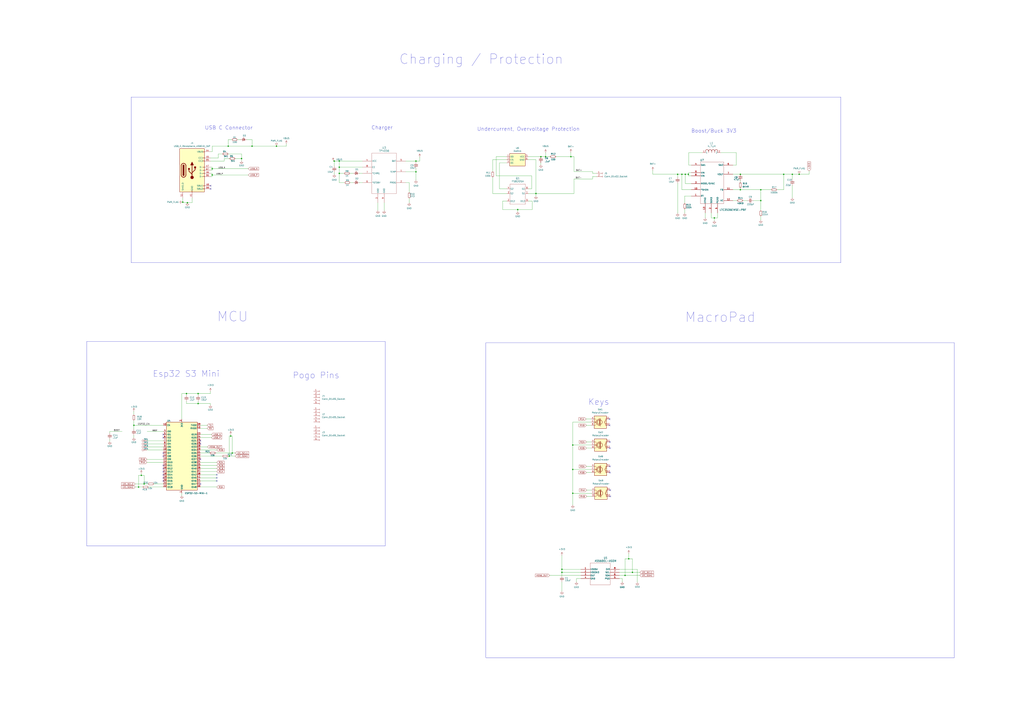
<source format=kicad_sch>
(kicad_sch (version 20231120) (generator "eeschema") (generator_version "8.0")
  (paper "A1")
  (junction (at 468.884 128.778))
  (junction (at 513.334 472.948))
  (junction (at 444.246 128.778))
  (junction (at 153.162 323.469))
  (junction (at 150.114 166.116))
  (junction (at 608.076 155.956))
  (junction (at 341.63 132.334))
  (junction (at 227.076 120.142))
  (junction (at 190.754 372.364))
  (junction (at 586.74 179.07))
  (junction (at 425.196 172.212))
  (junction (at 562.864 143.256))
  (junction (at 153.924 166.624))
  (junction (at 109.982 349.504))
  (junction (at 162.687 331.724))
  (junction (at 118.364 397.764))
  (junction (at 207.01 120.142))
  (junction (at 174.244 138.684))
  (junction (at 656.336 143.256))
  (junction (at 556.514 143.256))
  (junction (at 650.748 143.256))
  (junction (at 188.214 374.904))
  (junction (at 560.07 143.256))
  (junction (at 624.84 164.846))
  (junction (at 274.574 132.334))
  (junction (at 162.687 323.469))
  (junction (at 519.43 470.408))
  (junction (at 198.374 130.302))
  (junction (at 278.638 132.334))
  (junction (at 278.638 137.414))
  (junction (at 174.244 143.764))
  (junction (at 470.408 365.76))
  (junction (at 470.408 405.384))
  (junction (at 470.408 385.826))
  (junction (at 448.056 128.778))
  (junction (at 516.382 459.232))
  (junction (at 608.076 143.256))
  (junction (at 189.484 358.394))
  (junction (at 440.182 159.004))
  (junction (at 341.63 141.224))
  (junction (at 461.518 470.408))
  (junction (at 565.404 143.256))
  (junction (at 116.078 390.652))
  (junction (at 643.636 143.256))
  (junction (at 113.792 400.304))
  (junction (at 461.518 467.868))
  (junction (at 624.84 155.956))
  (junction (at 278.638 142.494))
  (junction (at 187.452 120.142))
  (no_connect (at 164.592 364.744))
  (no_connect (at 172.974 152.654))
  (no_connect (at 134.112 395.224))
  (no_connect (at 134.112 359.664))
  (no_connect (at 500.888 383.286))
  (no_connect (at 134.112 372.364))
  (no_connect (at 134.112 392.684))
  (no_connect (at 178.054 392.684))
  (no_connect (at 164.592 362.204))
  (no_connect (at 134.112 357.124))
  (no_connect (at 134.112 387.604))
  (no_connect (at 134.112 390.144))
  (no_connect (at 501.142 402.844))
  (no_connect (at 178.054 395.224))
  (no_connect (at 500.634 349.504))
  (no_connect (at 500.888 388.366))
  (no_connect (at 164.592 397.764))
  (no_connect (at 164.592 377.444))
  (no_connect (at 500.888 363.22))
  (no_connect (at 501.142 407.924))
  (no_connect (at 134.112 382.524))
  (no_connect (at 172.974 155.194))
  (no_connect (at 134.112 374.904))
  (no_connect (at 178.054 390.144))
  (no_connect (at 500.888 368.3))
  (no_connect (at 134.112 385.064))
  (no_connect (at 500.634 344.424))
  (wire (pts (xy 110.998 397.764) (xy 118.364 397.764)))
  (wire (pts (xy 157.734 162.814) (xy 157.734 166.624)))
  (wire (pts (xy 153.162 323.469) (xy 153.162 324.739)))
  (wire (pts (xy 608.076 149.606) (xy 608.076 148.336)))
  (wire (pts (xy 624.84 155.956) (xy 624.84 164.846)))
  (wire (pts (xy 456.692 128.778) (xy 468.884 128.778)))
  (wire (pts (xy 650.748 143.256) (xy 650.748 147.32)))
  (wire (pts (xy 486.664 145.034) (xy 486.664 147.066)))
  (wire (pts (xy 172.974 124.714) (xy 174.244 124.714)))
  (wire (pts (xy 608.076 155.956) (xy 624.84 155.956)))
  (wire (pts (xy 287.528 142.494) (xy 290.068 142.494)))
  (wire (pts (xy 448.056 128.778) (xy 451.612 128.778)))
  (wire (pts (xy 610.362 164.846) (xy 613.664 164.846)))
  (wire (pts (xy 174.244 137.414) (xy 174.244 138.684)))
  (wire (pts (xy 471.424 128.778) (xy 471.424 140.97)))
  (wire (pts (xy 207.01 114.808) (xy 207.01 120.142)))
  (wire (pts (xy 198.374 130.302) (xy 198.374 132.207)))
  (wire (pts (xy 295.148 150.114) (xy 297.688 150.114)))
  (wire (pts (xy 179.324 126.492) (xy 182.499 126.492)))
  (wire (pts (xy 162.687 323.469) (xy 153.162 323.469)))
  (wire (pts (xy 650.748 152.4) (xy 650.748 162.56)))
  (wire (pts (xy 278.638 137.414) (xy 278.638 142.494)))
  (wire (pts (xy 149.352 323.469) (xy 149.352 344.424)))
  (wire (pts (xy 193.294 130.302) (xy 198.374 130.302)))
  (wire (pts (xy 150.114 166.116) (xy 150.114 166.624)))
  (wire (pts (xy 440.182 131.318) (xy 440.182 159.004)))
  (wire (pts (xy 282.702 150.114) (xy 278.638 150.114)))
  (wire (pts (xy 174.244 139.954) (xy 172.974 139.954)))
  (wire (pts (xy 608.076 143.256) (xy 643.636 143.256)))
  (wire (pts (xy 562.356 171.958) (xy 562.356 175.26)))
  (wire (pts (xy 437.134 172.212) (xy 437.134 165.354)))
  (wire (pts (xy 174.244 142.494) (xy 172.974 142.494)))
  (wire (pts (xy 90.17 354.584) (xy 90.17 355.854)))
  (wire (pts (xy 162.687 323.469) (xy 172.847 323.469)))
  (wire (pts (xy 567.69 161.036) (xy 562.356 161.036)))
  (wire (pts (xy 90.17 354.584) (xy 100.33 354.584)))
  (wire (pts (xy 584.2 179.07) (xy 586.74 179.07)))
  (wire (pts (xy 202.692 114.808) (xy 207.01 114.808)))
  (wire (pts (xy 150.114 162.814) (xy 150.114 166.116)))
  (wire (pts (xy 470.408 365.76) (xy 470.408 385.826)))
  (wire (pts (xy 341.63 132.334) (xy 344.678 132.334)))
  (wire (pts (xy 120.65 369.824) (xy 134.112 369.824)))
  (wire (pts (xy 624.84 177.8) (xy 624.84 180.848)))
  (wire (pts (xy 481.584 383.286) (xy 485.648 383.286)))
  (wire (pts (xy 120.65 367.284) (xy 134.112 367.284)))
  (wire (pts (xy 110.998 400.304) (xy 113.792 400.304)))
  (wire (pts (xy 164.592 372.364) (xy 172.212 372.364)))
  (wire (pts (xy 178.054 390.144) (xy 164.592 390.144)))
  (wire (pts (xy 178.054 387.604) (xy 164.592 387.604)))
  (wire (pts (xy 434.086 159.004) (xy 440.182 159.004)))
  (wire (pts (xy 516.382 454.914) (xy 516.382 459.232)))
  (wire (pts (xy 470.408 385.826) (xy 470.408 405.384)))
  (wire (pts (xy 473.456 475.488) (xy 473.456 478.282)))
  (wire (pts (xy 172.974 137.414) (xy 174.244 137.414)))
  (wire (pts (xy 565.404 141.986) (xy 565.404 143.256)))
  (wire (pts (xy 120.65 377.444) (xy 134.112 377.444)))
  (wire (pts (xy 172.847 331.724) (xy 172.847 332.994)))
  (wire (pts (xy 523.494 467.868) (xy 523.494 478.536)))
  (wire (pts (xy 416.052 128.778) (xy 407.416 128.778)))
  (wire (pts (xy 187.452 120.142) (xy 207.01 120.142)))
  (wire (pts (xy 120.65 364.744) (xy 134.112 364.744)))
  (wire (pts (xy 565.658 135.636) (xy 565.658 125.476)))
  (wire (pts (xy 586.74 179.07) (xy 586.74 181.356)))
  (wire (pts (xy 433.832 128.778) (xy 444.246 128.778)))
  (wire (pts (xy 624.84 155.956) (xy 633.222 155.956)))
  (wire (pts (xy 113.792 400.304) (xy 116.967 400.304)))
  (wire (pts (xy 90.17 360.934) (xy 90.17 362.839)))
  (wire (pts (xy 412.75 172.212) (xy 425.196 172.212)))
  (wire (pts (xy 562.864 150.876) (xy 567.69 150.876)))
  (wire (pts (xy 109.982 357.759) (xy 109.982 359.664)))
  (wire (pts (xy 153.162 331.724) (xy 162.687 331.724)))
  (wire (pts (xy 188.214 358.394) (xy 188.214 374.904)))
  (wire (pts (xy 433.832 131.318) (xy 440.182 131.318)))
  (wire (pts (xy 536.194 143.256) (xy 556.514 143.256)))
  (wire (pts (xy 273.558 132.334) (xy 274.574 132.334)))
  (wire (pts (xy 513.334 459.232) (xy 513.334 472.948)))
  (wire (pts (xy 471.424 147.066) (xy 471.424 159.004)))
  (wire (pts (xy 174.244 138.684) (xy 203.962 138.684)))
  (wire (pts (xy 416.052 131.318) (xy 404.622 131.318)))
  (wire (pts (xy 187.452 120.142) (xy 187.452 114.808)))
  (wire (pts (xy 567.69 135.636) (xy 565.658 135.636)))
  (wire (pts (xy 333.248 132.334) (xy 341.63 132.334)))
  (wire (pts (xy 519.43 470.408) (xy 525.526 470.408)))
  (wire (pts (xy 481.584 363.22) (xy 485.648 363.22)))
  (wire (pts (xy 650.748 143.256) (xy 656.336 143.256)))
  (wire (pts (xy 513.334 472.948) (xy 525.526 472.948)))
  (wire (pts (xy 178.054 382.524) (xy 164.592 382.524)))
  (wire (pts (xy 287.782 150.114) (xy 290.068 150.114)))
  (wire (pts (xy 556.514 143.256) (xy 556.514 145.542)))
  (wire (pts (xy 436.626 155.194) (xy 434.086 155.194)))
  (wire (pts (xy 333.248 141.224) (xy 341.63 141.224)))
  (wire (pts (xy 198.374 126.492) (xy 198.374 130.302)))
  (wire (pts (xy 584.2 175.006) (xy 584.2 179.07)))
  (wire (pts (xy 153.162 323.469) (xy 149.352 323.469)))
  (wire (pts (xy 481.33 344.424) (xy 485.394 344.424)))
  (wire (pts (xy 178.054 400.304) (xy 164.592 400.304)))
  (wire (pts (xy 461.518 478.282) (xy 461.518 485.902)))
  (wire (pts (xy 440.182 159.004) (xy 440.182 161.036)))
  (wire (pts (xy 486.664 140.97) (xy 486.664 142.494)))
  (wire (pts (xy 589.28 175.006) (xy 589.28 179.07)))
  (wire (pts (xy 109.982 349.504) (xy 134.112 349.504)))
  (wire (pts (xy 470.408 346.964) (xy 470.408 365.76)))
  (wire (pts (xy 416.306 165.354) (xy 412.75 165.354)))
  (wire (pts (xy 336.042 163.068) (xy 336.042 166.624)))
  (wire (pts (xy 513.334 459.232) (xy 516.382 459.232)))
  (wire (pts (xy 297.688 137.414) (xy 278.638 137.414)))
  (wire (pts (xy 489.966 145.034) (xy 486.664 145.034)))
  (wire (pts (xy 601.98 164.846) (xy 605.282 164.846)))
  (wire (pts (xy 187.452 114.808) (xy 190.246 114.808)))
  (wire (pts (xy 187.579 126.492) (xy 198.374 126.492)))
  (wire (pts (xy 189.484 358.394) (xy 190.754 358.394)))
  (wire (pts (xy 274.574 141.478) (xy 274.574 143.256)))
  (wire (pts (xy 481.838 402.844) (xy 485.902 402.844)))
  (wire (pts (xy 188.214 374.904) (xy 193.167 374.904)))
  (wire (pts (xy 436.626 144.526) (xy 436.626 155.194)))
  (wire (pts (xy 315.468 166.624) (xy 315.468 172.974)))
  (wire (pts (xy 407.416 128.778) (xy 407.416 144.526)))
  (wire (pts (xy 601.98 155.956) (xy 608.076 155.956)))
  (wire (pts (xy 470.408 405.384) (xy 470.408 415.036)))
  (wire (pts (xy 278.638 142.494) (xy 282.448 142.494)))
  (wire (pts (xy 451.358 472.948) (xy 477.012 472.948)))
  (wire (pts (xy 638.302 155.956) (xy 643.636 155.956)))
  (wire (pts (xy 440.182 159.004) (xy 471.424 159.004)))
  (wire (pts (xy 444.246 133.858) (xy 444.246 135.382)))
  (wire (pts (xy 444.246 128.778) (xy 448.056 128.778)))
  (wire (pts (xy 486.664 142.494) (xy 489.966 142.494)))
  (wire (pts (xy 412.75 165.354) (xy 412.75 172.212)))
  (wire (pts (xy 187.452 374.904) (xy 188.214 374.904)))
  (wire (pts (xy 341.63 138.43) (xy 341.63 141.224)))
  (wire (pts (xy 508.762 470.408) (xy 519.43 470.408)))
  (wire (pts (xy 425.196 172.212) (xy 437.134 172.212)))
  (wire (pts (xy 341.63 132.334) (xy 341.63 133.35)))
  (wire (pts (xy 470.408 346.964) (xy 485.394 346.964)))
  (wire (pts (xy 471.424 147.066) (xy 486.664 147.066)))
  (wire (pts (xy 407.416 144.526) (xy 436.626 144.526)))
  (wire (pts (xy 118.364 390.652) (xy 118.364 397.764)))
  (wire (pts (xy 178.054 379.984) (xy 164.592 379.984)))
  (wire (pts (xy 481.838 407.924) (xy 485.902 407.924)))
  (wire (pts (xy 567.69 144.526) (xy 565.404 144.526)))
  (wire (pts (xy 477.012 475.488) (xy 473.456 475.488)))
  (wire (pts (xy 448.056 125.476) (xy 448.056 128.778)))
  (wire (pts (xy 604.774 125.476) (xy 604.774 135.636)))
  (wire (pts (xy 461.518 470.408) (xy 461.518 473.202)))
  (wire (pts (xy 207.01 120.142) (xy 227.076 120.142)))
  (wire (pts (xy 656.336 143.256) (xy 664.464 143.256)))
  (wire (pts (xy 172.847 331.724) (xy 162.687 331.724)))
  (wire (pts (xy 310.388 166.624) (xy 310.388 172.974)))
  (wire (pts (xy 174.244 120.142) (xy 174.244 124.714)))
  (wire (pts (xy 184.15 130.302) (xy 188.214 130.302)))
  (wire (pts (xy 468.884 128.778) (xy 471.424 128.778)))
  (wire (pts (xy 333.248 150.114) (xy 336.042 150.114)))
  (wire (pts (xy 560.07 155.956) (xy 567.69 155.956)))
  (wire (pts (xy 278.638 132.334) (xy 278.638 137.414)))
  (wire (pts (xy 592.074 125.476) (xy 604.774 125.476)))
  (wire (pts (xy 410.21 133.858) (xy 416.052 133.858)))
  (wire (pts (xy 601.98 143.256) (xy 608.076 143.256)))
  (wire (pts (xy 174.244 138.684) (xy 174.244 139.954)))
  (wire (pts (xy 481.584 368.3) (xy 485.648 368.3)))
  (wire (pts (xy 579.12 175.006) (xy 579.12 179.07)))
  (wire (pts (xy 195.326 114.808) (xy 197.612 114.808)))
  (wire (pts (xy 162.687 324.739) (xy 162.687 323.469)))
  (wire (pts (xy 189.484 357.124) (xy 189.484 358.394)))
  (wire (pts (xy 536.194 139.954) (xy 536.194 143.256)))
  (wire (pts (xy 157.734 166.624) (xy 153.924 166.624)))
  (wire (pts (xy 481.584 388.366) (xy 485.648 388.366)))
  (wire (pts (xy 274.574 132.334) (xy 274.574 136.398)))
  (wire (pts (xy 461.518 470.408) (xy 461.518 467.868)))
  (wire (pts (xy 164.592 357.124) (xy 173.736 357.124)))
  (wire (pts (xy 562.864 150.876) (xy 562.864 143.256)))
  (wire (pts (xy 586.74 179.07) (xy 589.28 179.07)))
  (wire (pts (xy 468.884 125.222) (xy 468.884 128.778)))
  (wire (pts (xy 113.792 390.652) (xy 116.078 390.652)))
  (wire (pts (xy 174.244 143.764) (xy 203.962 143.764)))
  (wire (pts (xy 164.592 359.664) (xy 173.736 359.664)))
  (wire (pts (xy 178.054 395.224) (xy 164.592 395.224)))
  (wire (pts (xy 109.982 349.504) (xy 109.982 352.679)))
  (wire (pts (xy 109.982 345.694) (xy 109.982 349.504)))
  (wire (pts (xy 471.424 140.97) (xy 486.664 140.97)))
  (wire (pts (xy 511.048 475.488) (xy 511.048 478.282)))
  (wire (pts (xy 664.464 140.462) (xy 664.464 143.256)))
  (wire (pts (xy 164.592 352.044) (xy 170.18 352.044)))
  (wire (pts (xy 404.622 145.796) (xy 404.622 159.004)))
  (wire (pts (xy 118.364 397.764) (xy 121.412 397.764)))
  (wire (pts (xy 116.078 390.652) (xy 118.364 390.652)))
  (wire (pts (xy 179.324 126.492) (xy 179.324 129.794)))
  (wire (pts (xy 562.864 143.256) (xy 565.404 143.256)))
  (wire (pts (xy 481.584 349.504) (xy 485.394 349.504)))
  (wire (pts (xy 336.042 150.114) (xy 336.042 157.988)))
  (wire (pts (xy 624.84 164.846) (xy 624.84 172.72)))
  (wire (pts (xy 508.762 467.868) (xy 523.494 467.868)))
  (wire (pts (xy 149.352 405.384) (xy 149.352 407.289)))
  (wire (pts (xy 643.636 155.956) (xy 643.636 143.256)))
  (wire (pts (xy 120.65 362.204) (xy 134.112 362.204)))
  (wire (pts (xy 425.196 172.212) (xy 425.196 173.99)))
  (wire (pts (xy 162.687 331.724) (xy 162.687 329.819)))
  (wire (pts (xy 120.65 379.984) (xy 134.112 379.984)))
  (wire (pts (xy 470.408 385.826) (xy 485.648 385.826)))
  (wire (pts (xy 235.204 118.11) (xy 235.204 120.142)))
  (wire (pts (xy 278.638 142.494) (xy 278.638 150.114)))
  (wire (pts (xy 470.408 405.384) (xy 485.902 405.384)))
  (wire (pts (xy 477.012 467.868) (xy 461.518 467.868)))
  (wire (pts (xy 122.047 400.304) (xy 134.112 400.304)))
  (wire (pts (xy 190.754 372.364) (xy 193.167 372.364)))
  (wire (pts (xy 477.012 470.408) (xy 461.518 470.408)))
  (wire (pts (xy 562.356 161.036) (xy 562.356 166.878)))
  (wire (pts (xy 174.244 120.142) (xy 187.452 120.142)))
  (wire (pts (xy 295.148 142.494) (xy 297.688 142.494)))
  (wire (pts (xy 172.974 145.034) (xy 174.244 145.034)))
  (wire (pts (xy 150.114 166.624) (xy 153.924 166.624)))
  (wire (pts (xy 404.622 131.318) (xy 404.622 140.716)))
  (wire (pts (xy 178.054 385.064) (xy 164.592 385.064)))
  (wire (pts (xy 172.974 129.794) (xy 179.324 129.794)))
  (wire (pts (xy 178.054 392.684) (xy 164.592 392.684)))
  (wire (pts (xy 461.518 456.438) (xy 461.518 467.868)))
  (wire (pts (xy 190.754 358.394) (xy 190.754 372.364)))
  (wire (pts (xy 278.638 132.334) (xy 297.688 132.334)))
  (wire (pts (xy 184.15 132.334) (xy 184.15 130.302)))
  (wire (pts (xy 470.408 365.76) (xy 485.648 365.76)))
  (wire (pts (xy 113.792 390.652) (xy 113.792 400.304)))
  (wire (pts (xy 565.658 125.476) (xy 576.834 125.476)))
  (wire (pts (xy 120.777 354.584) (xy 134.112 354.584)))
  (wire (pts (xy 109.982 340.614) (xy 109.982 338.074)))
  (wire (pts (xy 227.076 120.142) (xy 235.204 120.142)))
  (wire (pts (xy 178.054 369.824) (xy 164.592 369.824)))
  (wire (pts (xy 274.574 132.334) (xy 278.638 132.334)))
  (wire (pts (xy 174.244 145.034) (xy 174.244 143.764)))
  (wire (pts (xy 188.214 358.394) (xy 189.484 358.394)))
  (wire (pts (xy 604.774 135.636) (xy 601.98 135.636)))
  (wire (pts (xy 126.492 397.764) (xy 134.112 397.764)))
  (wire (pts (xy 618.744 164.846) (xy 624.84 164.846)))
  (wire (pts (xy 556.514 143.256) (xy 560.07 143.256)))
  (wire (pts (xy 508.762 475.488) (xy 511.048 475.488)))
  (wire (pts (xy 164.592 374.904) (xy 182.372 374.904)))
  (wire (pts (xy 164.592 349.504) (xy 170.18 349.504)))
  (wire (pts (xy 341.63 141.224) (xy 341.63 148.082)))
  (wire (pts (xy 560.07 155.956) (xy 560.07 143.256)))
  (wire (pts (xy 643.636 143.256) (xy 650.748 143.256)))
  (wire (pts (xy 153.162 329.819) (xy 153.162 331.724)))
  (wire (pts (xy 608.076 154.686) (xy 608.076 155.956)))
  (wire (pts (xy 437.134 165.354) (xy 434.086 165.354)))
  (wire (pts (xy 565.404 143.256) (xy 565.404 144.526)))
  (wire (pts (xy 174.244 143.764) (xy 174.244 142.494)))
  (wire (pts (xy 416.306 159.004) (xy 404.622 159.004)))
  (wire (pts (xy 556.514 150.622) (xy 556.514 175.26)))
  (wire (pts (xy 170.434 367.284) (xy 164.592 367.284)))
  (wire (pts (xy 519.43 459.232) (xy 519.43 470.408)))
  (wire (pts (xy 416.306 155.194) (xy 410.21 155.194)))
  (wire (pts (xy 177.292 372.364) (xy 190.754 372.364)))
  (wire (pts (xy 344.678 129.032) (xy 344.678 132.334)))
  (wire (pts (xy 410.21 155.194) (xy 410.21 133.858)))
  (wire (pts (xy 116.078 389.128) (xy 116.078 390.652)))
  (wire (pts (xy 565.404 141.986) (xy 567.69 141.986)))
  (wire (pts (xy 516.382 459.232) (xy 519.43 459.232)))
  (wire (pts (xy 172.847 321.564) (xy 172.847 323.469)))
  (wire (pts (xy 172.974 132.334) (xy 184.15 132.334)))
  (wire (pts (xy 560.07 143.256) (xy 562.864 143.256)))
  (wire (pts (xy 508.762 472.948) (xy 513.334 472.948)))
  (rectangle (start 71.12 280.67) (end 316.484 448.564))
  (rectangle (start 399.034 281.686) (end 783.844 540.512))
  (rectangle (start 107.696 79.756) (end 690.626 215.9))
  (text "USB C Connector" (at 187.96 105.156 0) (effects (font (size 3 3))))
  (text "Pogo Pins\n" (at 259.588 308.61 0) (effects (font (size 5 5))))
  (text "Charger" (at 313.817 105.029 0) (effects (font (size 3 3))))
  (text "Keys" (at 491.744 330.454 0) (effects (font (size 5 5))))
  (text "Undercurrent, Overvoltage Protection" (at 433.959 106.172 0) (effects (font (size 3 3))))
  (text "Boost/Buck 3V3" (at 586.232 107.696 0) (effects (font (size 3 3))))
  (text "MCU" (at 191.008 260.35 0) (effects (font (size 8 8))))
  (text "MacroPad" (at 591.566 260.858 0) (effects (font (size 8 8))))
  (text "Esp32 S3 Mini" (at 152.908 307.34 0) (effects (font (size 5 5))))
  (text "Charging / Protection" (at 395.224 48.768 0) (effects (font (size 8 8))))
  (label "BAT-" (at 477.774 147.066 180))
  (label "BAT+" (at 478.028 140.97 180))
  (label "USB_P" (at 177.546 143.764 0) (effects (font (size 1.15 1.15))))
  (label "BOOT" (at 93.345 354.584 0))
  (label "USB_N" (at 179.324 138.684 0) (effects (font (size 1.15 1.15))))
  (label "ESP32_EN" (at 113.157 349.504 0))
  (label "BOOT" (at 125.222 354.584 0) (effects (font (size 1 1))))
  (global_label "USB_N" (shape input) (at 203.962 138.684 0) (property "Intersheetrefs" "${INTERSHEET_REFS}" (effects (hide yes))))
  (global_label "USB_N" (shape input) (at 173.736 357.124 0) (property "Intersheetrefs" "${INTERSHEET_REFS}" (effects (hide yes))))
  (global_label "USB_P" (shape input) (at 173.736 359.664 0) (property "Intersheetrefs" "${INTERSHEET_REFS}" (effects (hide yes))))
  (global_label "R3A" (shape input) (at 178.054 400.304 0) (property "Intersheetrefs" "${INTERSHEET_REFS}" (effects (hide yes))))
  (global_label "R2B" (shape input) (at 178.054 382.524 0) (property "Intersheetrefs" "${INTERSHEET_REFS}" (effects (hide yes))))
  (global_label "I2C_SDA2" (shape input) (at 110.998 400.304 180) (property "Intersheetrefs" "${INTERSHEET_REFS}" (effects (hide yes))))
  (global_label "R3B" (shape input) (at 178.054 369.824 0) (property "Intersheetrefs" "${INTERSHEET_REFS}" (effects (hide yes))))
  (global_label "I2C_SDA1" (shape input) (at 525.526 472.948 0) (property "Intersheetrefs" "${INTERSHEET_REFS}" (effects (hide yes))))
  (global_label "R1A" (shape input) (at 178.054 387.604 0) (property "Intersheetrefs" "${INTERSHEET_REFS}" (effects (hide yes))))
  (global_label "R3A" (shape input) (at 481.584 383.286 180) (property "Intersheetrefs" "${INTERSHEET_REFS}" (effects (hide yes))))
  (global_label "R2A" (shape input) (at 481.584 363.22 180) (property "Intersheetrefs" "${INTERSHEET_REFS}" (effects (hide yes))))
  (global_label "I2C_SCL1" (shape input) (at 525.526 470.408 0) (property "Intersheetrefs" "${INTERSHEET_REFS}" (effects (hide yes))))
  (global_label "R4A" (shape input) (at 481.838 402.844 180) (property "Intersheetrefs" "${INTERSHEET_REFS}" (effects (hide yes))))
  (global_label "R1B" (shape input) (at 481.584 349.504 180) (property "Intersheetrefs" "${INTERSHEET_REFS}" (effects (hide yes))))
  (global_label "R4B" (shape input) (at 481.838 407.924 180) (property "Intersheetrefs" "${INTERSHEET_REFS}" (effects (hide yes))))
  (global_label "R1A" (shape input) (at 481.33 344.424 180) (property "Intersheetrefs" "${INTERSHEET_REFS}" (effects (hide yes))))
  (global_label "R2A" (shape input) (at 178.054 379.984 0) (property "Intersheetrefs" "${INTERSHEET_REFS}" (effects (hide yes))))
  (global_label "AS56_OUT" (shape input) (at 170.434 367.284 0) (property "Intersheetrefs" "${INTERSHEET_REFS}" (effects (hide yes))))
  (global_label "+3V3" (shape input) (at 664.464 140.462 90) (property "Intersheetrefs" "${INTERSHEET_REFS}" (effects (hide yes))))
  (global_label "TX" (shape input) (at 170.18 349.504 0) (property "Intersheetrefs" "${INTERSHEET_REFS}" (effects (hide yes))))
  (global_label "I2C_SCL2" (shape input) (at 110.998 397.764 180) (property "Intersheetrefs" "${INTERSHEET_REFS}" (effects (hide yes))))
  (global_label "AS56_OUT" (shape input) (at 451.358 472.948 180) (property "Intersheetrefs" "${INTERSHEET_REFS}" (effects (hide yes))))
  (global_label "I2C_SDA1" (shape input) (at 193.167 374.904 0) (property "Intersheetrefs" "${INTERSHEET_REFS}" (effects (hide yes))))
  (global_label "R2B" (shape input) (at 481.584 368.3 180) (property "Intersheetrefs" "${INTERSHEET_REFS}" (effects (hide yes))))
  (global_label "R4B" (shape input) (at 120.65 377.444 180) (property "Intersheetrefs" "${INTERSHEET_REFS}" (effects (hide yes))))
  (global_label "R3B" (shape input) (at 481.584 388.366 180) (property "Intersheetrefs" "${INTERSHEET_REFS}" (effects (hide yes))))
  (global_label "USB_P" (shape input) (at 203.962 143.764 0) (property "Intersheetrefs" "${INTERSHEET_REFS}" (effects (hide yes))))
  (global_label "I2C_SCL1" (shape input) (at 193.167 372.364 0) (property "Intersheetrefs" "${INTERSHEET_REFS}" (effects (hide yes))))
  (global_label "R4A" (shape input) (at 120.65 379.984 180) (property "Intersheetrefs" "${INTERSHEET_REFS}" (effects (hide yes))))
  (global_label "RX" (shape input) (at 170.18 352.044 0) (property "Intersheetrefs" "${INTERSHEET_REFS}" (effects (hide yes))))
  (global_label "R1B" (shape input) (at 178.054 385.064 0) (property "Intersheetrefs" "${INTERSHEET_REFS}" (effects (hide yes))))
  (symbol (lib_id "Device:R_Small") (at 562.356 169.418 180) (unit 1)
    (property "Reference" "R13" (at 565.404 168.402 0))
    (property "Value" "332k" (at 565.658 170.434 0))
    (property "Footprint" "Resistor_SMD:R_0603_1608Metric_Pad0.98x0.95mm_HandSolder" (effects (hide yes)))
    (property "Description" "Resistor, small symbol" (effects (hide yes)))
    (property "Manufacture Part Number" "RC0603FR-07332KL" (effects (hide yes)))
    (property "LCSC Part Number" "C309562" (effects (hide yes)))
  )
  (symbol (lib_id "power:GND") (at 310.388 172.974 0) (unit 1)
    (property "Reference" "#PWR014" (effects (hide yes)))
    (property "Value" "GND" (at 310.388 177.546 0))
    (property "Description" "Power symbol creates a global label with name \"GND\" , ground" (effects (hide yes)))
  )
  (symbol (lib_id "power:VBUS") (at 235.204 118.11 0) (unit 1)
    (property "Reference" "#PWR011" (effects (hide yes)))
    (property "Value" "VBUS" (at 235.204 113.665 0))
    (property "Description" "Power symbol creates a global label with name \"VBUS\"" (effects (hide yes)))
  )
  (symbol (lib_id "Connector:Conn_01x05_Socket") (at 262.636 341.63 0) (unit 1)
    (property "Reference" "J2" (at 264.414 340.3599 0) (effects (justify left)))
    (property "Value" "Conn_01x05_Socket" (at 264.414 342.8999 0) (effects (justify left)))
    (property "Footprint" "Connector_PinHeader_2.54mm:PinHeader_1x05_P2.54mm_Vertical_Adafruit" (effects (hide yes)))
    (property "Description" "Generic connector, single row, 01x05, script generated" (effects (hide yes)))
  )
  (symbol (lib_id "Device:R_Small") (at 454.152 128.778 270) (mirror x) (unit 1)
    (property "Reference" "R12" (at 452.374 126.492 90) (effects (justify left)))
    (property "Value" "100" (at 452.374 131.064 90) (effects (justify left)))
    (property "Footprint" "Resistor_SMD:R_0603_1608Metric_Pad0.98x0.95mm_HandSolder" (effects (hide yes)))
    (property "Description" "Resistor, small symbol" (effects (hide yes)))
    (property "Manufacture Part Number" "WR06X1020FTL" (effects (hide yes)))
    (property "LCSC Part Number" "C170434" (effects (hide yes)))
  )
  (symbol (lib_id "power:+3V3") (at 116.078 389.128 0) (unit 1)
    (property "Reference" "#PWR049" (effects (hide yes)))
    (property "Value" "+3V3" (at 116.078 385.318 0))
    (property "Description" "Power symbol creates a global label with name \"+3V3\"" (effects (hide yes)))
  )
  (symbol (lib_id "Device:R_Small") (at 192.786 114.808 90) (unit 1)
    (property "Reference" "R1" (at 192.786 113.03 90))
    (property "Value" "100" (at 192.786 116.84 90))
    (property "Footprint" "Resistor_SMD:R_0603_1608Metric_Pad0.98x0.95mm_HandSolder" (effects (hide yes)))
    (property "Description" "Resistor, small symbol" (effects (hide yes)))
    (property "Manufacture Part Number" "RC0603FR-071KL" (effects (hide yes)))
    (property "LCSC Part Number" "C22548" (effects (hide yes)))
  )
  (symbol (lib_id "power:+3V3") (at 516.382 454.914 0) (unit 1)
    (property "Reference" "#PWR05" (effects (hide yes)))
    (property "Value" "+3V3" (at 516.382 449.834 0))
    (property "Description" "Power symbol creates a global label with name \"+3V3\"" (effects (hide yes)))
  )
  (symbol (lib_id "Connector:Conn_01x02_Socket") (at 495.046 142.494 0) (unit 1)
    (property "Reference" "J5" (at 496.316 142.4939 0) (effects (justify left)))
    (property "Value" "Conn_01x02_Socket" (at 496.316 145.0339 0) (effects (justify left)))
    (property "Footprint" "Connector_JST:JST_XH_S2B-XH-A_1x02_P2.50mm_Horizontal" (effects (hide yes)))
    (property "Description" "Generic connector, single row, 01x02, script generated" (effects (hide yes)))
  )
  (symbol (lib_id "Connector:Conn_01x05_Socket") (at 262.636 356.616 0) (unit 1)
    (property "Reference" "J3" (at 264.414 355.3459 0) (effects (justify left)))
    (property "Value" "Conn_01x05_Socket" (at 264.414 357.8859 0) (effects (justify left)))
    (property "Footprint" "Connector_PinHeader_2.54mm:PinHeader_1x05_P2.54mm_Vertical_Adafruit" (effects (hide yes)))
    (property "Description" "Generic connector, single row, 01x05, script generated" (effects (hide yes)))
  )
  (symbol (lib_id "RF_Module:ESP32-S3-MINI-1") (at 149.352 374.904 0) (unit 1)
    (property "Reference" "U4" (at 137.287 345.694 0) (effects (justify left)))
    (property "Value" "ESP32-S3-MINI-1" (at 151.892 405.384 0) (effects (justify left)))
    (property "Footprint" "RF_Module:ESP32-S2-MINI-1" (effects (hide yes)))
    (property "Datasheet" "https://www.espressif.com/sites/default/files/documentation/esp32-s3-mini-1_mini-1u_datasheet_en.pdf" (effects (hide yes)))
    (property "Description" "RF Module, ESP32-S3 SoC, Wi-Fi 802.11b/g/n, Bluetooth, BLE, 32-bit, 3.3V, SMD, onboard antenna" (effects (hide yes)))
  )
  (symbol (lib_id "Device:C_Small") (at 274.574 138.938 0) (unit 1)
    (property "Reference" "C4" (at 270.51 137.16 0) (effects (justify left)))
    (property "Value" "10uF" (at 268.986 141.224 0) (effects (justify left)))
    (property "Footprint" "Capacitor_SMD:C_0603_1608Metric_Pad1.08x0.95mm_HandSolder" (effects (hide yes)))
    (property "Description" "Unpolarized capacitor, small symbol" (effects (hide yes)))
    (property "Manufacture Part Number" "CS1608X5R106M160NRB" (effects (hide yes)))
    (property "LCSC Part Number" "C2909630" (effects (hide yes)))
  )
  (symbol (lib_id "power:+3V3") (at 109.982 338.074 0) (unit 1)
    (property "Reference" "#PWR032" (effects (hide yes)))
    (property "Value" "+3V3" (at 109.982 334.264 0))
    (property "Description" "Power symbol creates a global label with name \"+3V3\"" (effects (hide yes)))
  )
  (symbol (lib_id "power:+5V") (at 273.558 132.334 0) (unit 1)
    (property "Reference" "#PWR012" (effects (hide yes)))
    (property "Value" "VBUS" (at 276.098 131.0639 0) (effects (justify left)))
    (property "Description" "Power symbol creates a global label with name \"+5V\"" (effects (hide yes)))
  )
  (symbol (lib_id "Battery_Management:DW01A") (at 426.212 131.318 0) (unit 1)
    (property "Reference" "U6" (at 424.942 121.666 0))
    (property "Value" "DW01A" (at 424.942 124.206 0))
    (property "Footprint" "Package_TO_SOT_SMD:SOT-23-6" (effects (hide yes)))
    (property "Datasheet" "https://www.lcsc.com/datasheet/lcsc_datasheet_2410121609_HUASHUO-DW01_C700964.pdf" (effects (hide yes)))
    (property "Description" "Overcharge, overcurrent and overdischarge protection IC for single cell lithium-ion/polymer battery" (effects (hide yes)))
    (property "LCSC Part Number" "C700964 " (effects (hide yes)))
    (property "Manufacture Part Number" "DW01" (effects (hide yes)))
  )
  (symbol (lib_id "FS8205A:FS8205A") (at 411.226 155.194 0) (unit 1)
    (property "Reference" "Q1" (at 425.196 146.558 0) (effects (font (size 1.524 1.524))))
    (property "Value" "FS8205A" (at 425.196 149.098 0) (effects (font (size 1.524 1.524))))
    (property "Footprint" "FS8205A:SOT-23-6L_TCP" (effects (hide yes)))
    (property "Datasheet" "https://www.lcsc.com/datasheet/lcsc_datasheet_2411121100_TECH-PUBLIC-FS8205A_C2830320.pdf" (effects (hide yes)))
    (property "LCSC Part Number" "C2830320 " (effects (hide yes)))
    (property "Manufacture Part Number" "FS8205A " (effects (hide yes)))
  )
  (symbol (lib_id "Device:LED_Small") (at 200.152 114.808 0) (mirror y) (unit 1)
    (property "Reference" "D3" (at 200.66 111.506 0))
    (property "Value" "LED_Small" (effects (hide yes)))
    (property "Footprint" "LED_SMD:LED_0603_1608Metric_Pad1.05x0.95mm_HandSolder" (effects (hide yes)))
    (property "Description" "Colorless Transparent Lens 50mW 620nm~630nm 20mA Positive Stick -20℃~+85℃ Red 120° 330mcd 2.3V 0603 LED" (effects (hide yes)))
    (property "Manufacture Part Number" "XL-1608SURC-06" (effects (hide yes)))
    (property "LCSC Part Number" "C965799" (effects (hide yes)))
  )
  (symbol (lib_id "Device:R_Small") (at 404.622 143.256 0) (mirror y) (unit 1)
    (property "Reference" "R11" (at 403.098 141.9859 0) (effects (justify left)))
    (property "Value" "100k" (at 403.098 144.5259 0) (effects (justify left)))
    (property "Footprint" "Resistor_SMD:R_0603_1608Metric_Pad0.98x0.95mm_HandSolder" (effects (hide yes)))
    (property "Description" "Resistor, small symbol" (effects (hide yes)))
    (property "Manufacture Part Number" "RC0603FR-07100KL" (effects (hide yes)))
    (property "LCSC Part Number" "C14675" (effects (hide yes)))
  )
  (symbol (lib_id "power:GND") (at 172.847 332.994 0) (unit 1)
    (property "Reference" "#PWR037" (effects (hide yes)))
    (property "Value" "GND" (at 172.847 336.804 0))
    (property "Description" "Power symbol creates a global label with name \"GND\" , ground" (effects (hide yes)))
  )
  (symbol (lib_id "power:GND") (at 198.374 132.207 0) (unit 1)
    (property "Reference" "#PWR06" (effects (hide yes)))
    (property "Value" "GND" (at 198.374 136.017 0))
    (property "Description" "Power symbol creates a global label with name \"GND\" , ground" (effects (hide yes)))
  )
  (symbol (lib_id "Device:LED_Small") (at 292.608 142.494 0) (mirror y) (unit 1)
    (property "Reference" "D1" (at 293.116 139.192 0))
    (property "Value" "LED_Small" (effects (hide yes)))
    (property "Footprint" "LED_SMD:LED_0603_1608Metric_Pad1.05x0.95mm_HandSolder" (effects (hide yes)))
    (property "Description" "Colorless Transparent Lens 50mW 620nm~630nm 20mA Positive Stick -20℃~+85℃ Red 120° 330mcd 2.3V 0603 LED" (effects (hide yes)))
    (property "Manufacture Part Number" "SZYY0603B" (effects (hide yes)))
    (property "LCSC Part Number" "C434421" (effects (hide yes)))
  )
  (symbol (lib_id "LTC3536EMSE:LTC3536EMSE-PBF") (at 565.15 120.396 0) (unit 1)
    (property "Reference" "U7" (at 576.58 131.572 0) (effects (font (size 1.524 1.524))))
    (property "Value" "LTC3536EMSE-PBF" (at 601.98 172.466 0) (effects (font (size 1.524 1.524))))
    (property "Footprint" "LTC3536EMSE_PBF:MSOP-12_MSE_LIT" (effects (hide yes)))
    (property "Datasheet" "https://www.lcsc.com/datasheet/lcsc_datasheet_2304140030_Analog-Devices-LTC3536IDD-TRPBF_C684926.pdf" (effects (hide yes)))
    (property "LCSC Part Number" "C684926" (effects (hide yes)))
    (property "Manufacture Part Number" " LTC3536IDD#TRPBF " (effects (hide yes)))
  )
  (symbol (lib_id "Device:C_Small") (at 153.162 327.279 0) (unit 1)
    (property "Reference" "C12" (at 155.702 326.6502 0) (effects (justify left)))
    (property "Value" ".1uF" (at 155.702 328.5553 0) (effects (justify left)))
    (property "Footprint" "Capacitor_SMD:C_0603_1608Metric_Pad1.08x0.95mm_HandSolder" (effects (hide yes)))
    (property "Description" "Unpolarized capacitor, small symbol" (effects (hide yes)))
  )
  (symbol (lib_id "power:GND") (at 470.408 415.036 0) (unit 1)
    (property "Reference" "#PWR048" (effects (hide yes)))
    (property "Value" "GND" (at 470.408 419.354 0))
    (property "Description" "Power symbol creates a global label with name \"GND\" , ground" (effects (hide yes)))
  )
  (symbol (lib_id "power:GND") (at 149.352 407.289 0) (unit 1)
    (property "Reference" "#PWR035" (effects (hide yes)))
    (property "Value" "GND" (at 149.352 411.734 0))
    (property "Description" "Power symbol creates a global label with name \"GND\" , ground" (effects (hide yes)))
  )
  (symbol (lib_id "Device:R_Small") (at 185.039 126.492 270) (unit 1)
    (property "Reference" "R4" (at 183.134 124.587 90) (effects (justify left)))
    (property "Value" "5k1" (at 183.769 128.397 90) (effects (justify left)))
    (property "Footprint" "Resistor_SMD:R_0603_1608Metric" (effects (hide yes)))
    (property "Description" "Resistor, small symbol" (effects (hide yes)))
    (property "Manufacture Part Number" "ERA3AED512V" (effects (hide yes)))
    (property "LCSC Part Number" "C191166" (effects (hide yes)))
  )
  (symbol (lib_id "power:PWR_FLAG") (at 150.114 166.116 90) (unit 1)
    (property "Reference" "#FLG01" (effects (hide yes)))
    (property "Value" "PWR_FLAG" (at 146.812 166.1159 90) (effects (justify left)))
    (property "Description" "Special symbol for telling ERC where power comes from" (effects (hide yes)))
  )
  (symbol (lib_id "power:GND") (at 562.356 175.26 0) (unit 1)
    (property "Reference" "#PWR026" (effects (hide yes)))
    (property "Value" "GND" (at 562.356 179.324 0))
    (property "Description" "Power symbol creates a global label with name \"GND\" , ground" (effects (hide yes)))
  )
  (symbol (lib_id "power:+3V3") (at 189.484 357.124 0) (unit 1)
    (property "Reference" "#PWR02" (effects (hide yes)))
    (property "Value" "+3V3" (at 189.484 353.314 0))
    (property "Description" "Power symbol creates a global label with name \"+3V3\"" (effects (hide yes)))
  )
  (symbol (lib_id "power:PWR_FLAG") (at 656.336 143.256 0) (unit 1)
    (property "Reference" "#FLG03" (effects (hide yes)))
    (property "Value" "PWR_FLAG" (at 656.336 138.43 0))
    (property "Description" "Special symbol for telling ERC where power comes from" (effects (hide yes)))
  )
  (symbol (lib_id "power:+5V") (at 468.884 125.222 0) (unit 1)
    (property "Reference" "#PWR023" (effects (hide yes)))
    (property "Value" "BAT+" (at 468.884 120.396 0))
    (property "Description" "Power symbol creates a global label with name \"+5V\"" (effects (hide yes)))
  )
  (symbol (lib_id "power:GND") (at 153.924 166.624 0) (unit 1)
    (property "Reference" "#PWR01" (effects (hide yes)))
    (property "Value" "GND" (at 153.924 170.434 0))
    (property "Description" "Power symbol creates a global label with name \"GND\" , ground" (effects (hide yes)))
  )
  (symbol (lib_id "Device:RotaryEncoder_Switch") (at 493.522 405.384 0) (unit 1)
    (property "Reference" "SW9" (at 493.522 394.97 0))
    (property "Value" "RotaryEncoder" (at 493.522 397.51 0))
    (property "Footprint" "Test_Encoder:PEC12R-4x15F-Sxxxx_BRN" (effects (hide yes)))
    (property "Description" "Rotary encoder, dual channel, incremental quadrate outputs, with switch" (effects (hide yes)))
  )
  (symbol (lib_id "Device:C_Small") (at 461.518 475.742 0) (unit 1)
    (property "Reference" "C1" (at 464.058 475.1132 0) (effects (justify left)))
    (property "Value" "10uF" (at 464.058 477.0183 0) (effects (justify left)))
    (property "Footprint" "Capacitor_SMD:C_0603_1608Metric_Pad1.08x0.95mm_HandSolder" (effects (hide yes)))
    (property "Description" "Unpolarized capacitor, small symbol" (effects (hide yes)))
  )
  (symbol (lib_id "Device:R_Small") (at 624.84 175.26 180) (unit 1)
    (property "Reference" "R16" (at 627.888 174.244 0))
    (property "Value" "221K" (at 628.396 176.276 0))
    (property "Footprint" "Resistor_SMD:R_0603_1608Metric_Pad0.98x0.95mm_HandSolder" (effects (hide yes)))
    (property "Description" "Resistor, small symbol" (effects (hide yes)))
    (property "Manufacture Part Number" "FRC0603F2213TS" (effects (hide yes)))
    (property "LCSC Part Number" "C7467463" (effects (hide yes)))
  )
  (symbol (lib_id "power:GND") (at 579.12 179.07 0) (unit 1)
    (property "Reference" "#PWR027" (effects (hide yes)))
    (property "Value" "GND" (at 579.12 183.388 0))
    (property "Description" "Power symbol creates a global label with name \"GND\" , ground" (effects (hide yes)))
  )
  (symbol (lib_id "Device:RotaryEncoder_Switch") (at 493.268 385.826 0) (unit 1)
    (property "Reference" "SW8" (at 493.268 375.158 0))
    (property "Value" "RotaryEncoder" (at 493.268 377.698 0))
    (property "Footprint" "Test_Encoder:PEC12R-4x15F-Sxxxx_BRN" (effects (hide yes)))
    (property "Description" "Rotary encoder, dual channel, incremental quadrate outputs, with switch" (effects (hide yes)))
  )
  (symbol (lib_id "power:GND") (at 461.518 485.902 0) (unit 1)
    (property "Reference" "#PWR046" (effects (hide yes)))
    (property "Value" "GND" (at 461.518 490.22 0))
    (property "Description" "Power symbol creates a global label with name \"GND\" , ground" (effects (hide yes)))
  )
  (symbol (lib_id "power:GND") (at 274.574 143.256 0) (unit 1)
    (property "Reference" "#PWR013" (effects (hide yes)))
    (property "Value" "GND" (at 274.574 147.828 0))
    (property "Description" "Power symbol creates a global label with name \"GND\" , ground" (effects (hide yes)))
  )
  (symbol (lib_id "power:+3V3") (at 344.678 129.032 0) (unit 1)
    (property "Reference" "#PWR018" (effects (hide yes)))
    (property "Value" "VBUS" (at 344.678 123.952 0))
    (property "Description" "Power symbol creates a global label with name \"+3V3\"" (effects (hide yes)))
  )
  (symbol (lib_id "Device:R_Small") (at 607.822 164.846 90) (unit 1)
    (property "Reference" "R14" (at 608.076 162.814 90))
    (property "Value" "49K9" (at 608.076 167.132 90))
    (property "Footprint" "Resistor_SMD:R_0603_1608Metric_Pad0.98x0.95mm_HandSolder" (effects (hide yes)))
    (property "Description" "Resistor, small symbol" (effects (hide yes)))
    (property "Manufacture Part Number" "0603WAF4992T5E" (effects (hide yes)))
    (property "LCSC Part Number" "C23184" (effects (hide yes)))
  )
  (symbol (lib_id "Device:C_Small") (at 616.204 164.846 90) (unit 1)
    (property "Reference" "C9" (at 616.204 161.798 90))
    (property "Value" "220pF" (at 616.458 167.894 90))
    (property "Footprint" "Capacitor_SMD:C_0603_1608Metric_Pad1.08x0.95mm_HandSolder" (effects (hide yes)))
    (property "Description" "Unpolarized capacitor, small symbol" (effects (hide yes)))
    (property "Manufacture Part Number" "0603CG221J500NT" (effects (hide yes)))
    (property "LCSC Part Number" "C156398" (effects (hide yes)))
  )
  (symbol (lib_id "power:+3V3") (at 461.518 456.438 0) (unit 1)
    (property "Reference" "#PWR04" (effects (hide yes)))
    (property "Value" "+3V3" (at 461.518 451.358 0))
    (property "Description" "Power symbol creates a global label with name \"+3V3\"" (effects (hide yes)))
  )
  (symbol (lib_id "power:GND") (at 109.982 359.664 0) (unit 1)
    (property "Reference" "#PWR033" (effects (hide yes)))
    (property "Value" "GND" (at 109.982 363.474 0))
    (property "Description" "Power symbol creates a global label with name \"GND\" , ground" (effects (hide yes)))
  )
  (symbol (lib_id "Device:LED_Small") (at 292.608 150.114 0) (mirror y) (unit 1)
    (property "Reference" "D2" (at 293.116 146.812 0))
    (property "Value" "LED_Small" (effects (hide yes)))
    (property "Footprint" "LED_SMD:LED_0603_1608Metric_Pad1.05x0.95mm_HandSolder" (effects (hide yes)))
    (property "Description" "Colorless Transparent Lens 50mW 620nm~630nm 20mA Positive Stick -20℃~+85℃ Red 120° 330mcd 2.3V 0603 LED" (effects (hide yes)))
    (property "Manufacture Part Number" "XL-1608SURC-06" (effects (hide yes)))
    (property "LCSC Part Number" "C965799" (effects (hide yes)))
  )
  (symbol (lib_id "Device:R_Small") (at 184.912 374.904 270) (mirror x) (unit 1)
    (property "Reference" "R23" (at 186.817 373.634 90) (effects (justify left)))
    (property "Value" "10k" (at 183.007 376.809 90) (effects (justify left)))
    (property "Footprint" "Resistor_SMD:R_0603_1608Metric_Pad0.98x0.95mm_HandSolder" (effects (hide yes)))
    (property "Description" "Resistor, small symbol" (effects (hide yes)))
  )
  (symbol (lib_id "power:+3V3") (at 536.194 139.954 0) (unit 1)
    (property "Reference" "#PWR024" (effects (hide yes)))
    (property "Value" "BAT+" (at 536.194 134.62 0))
    (property "Description" "Power symbol creates a global label with name \"+3V3\"" (effects (hide yes)))
  )
  (symbol (lib_id "power:GND") (at 315.468 172.974 0) (unit 1)
    (property "Reference" "#PWR015" (effects (hide yes)))
    (property "Value" "GND" (at 315.468 177.546 0))
    (property "Description" "Power symbol creates a global label with name \"GND\" , ground" (effects (hide yes)))
  )
  (symbol (lib_id "power:+3V3") (at 172.847 321.564 0) (unit 1)
    (property "Reference" "#PWR036" (effects (hide yes)))
    (property "Value" "+3V3" (at 172.847 316.484 0))
    (property "Description" "Power symbol creates a global label with name \"+3V3\"" (effects (hide yes)))
  )
  (symbol (lib_id "power:GND") (at 341.63 148.082 0) (unit 1)
    (property "Reference" "#PWR017" (effects (hide yes)))
    (property "Value" "GND" (at 341.63 152.654 0))
    (property "Description" "Power symbol creates a global label with name \"GND\" , ground" (effects (hide yes)))
  )
  (symbol (lib_id "power:GND") (at 444.246 135.382 0) (unit 1)
    (property "Reference" "#PWR021" (effects (hide yes)))
    (property "Value" "GND" (at 444.246 139.7 0))
    (property "Description" "Power symbol creates a global label with name \"GND\" , ground" (effects (hide yes)))
  )
  (symbol (lib_id "Connector:USB_C_Receptacle_USB2.0_16P") (at 157.734 139.954 0) (unit 1)
    (property "Reference" "J1" (at 157.734 117.602 0))
    (property "Value" "USB_C_Receptacle_USB2.0_16P" (at 157.734 120.142 0))
    (property "Footprint" "Connector_USB:USB_C_Receptacle_GCT_USB4105-xx-A_16P_TopMnt_Horizontal" (effects (hide yes)))
    (property "Datasheet" "https://www.usb.org/sites/default/files/documents/usb_type-c.zip" (effects (hide yes)))
    (property "Description" "USB 2.0-only 16P Type-C Receptacle connector" (effects (hide yes)))
  )
  (symbol (lib_id "Connector:Conn_01x05_Socket") (at 262.636 326.644 0) (unit 1)
    (property "Reference" "J4" (at 264.414 325.3739 0) (effects (justify left)))
    (property "Value" "Conn_01x05_Socket" (at 264.414 327.9139 0) (effects (justify left)))
    (property "Footprint" "Connector_PinHeader_2.54mm:PinHeader_1x05_P2.54mm_Vertical_Adafruit" (effects (hide yes)))
    (property "Description" "Generic connector, single row, 01x05, script generated" (effects (hide yes)))
  )
  (symbol (lib_id "Connector:TestPoint") (at 120.65 364.744 90) (unit 1)
    (property "Reference" "TP2" (at 119.888 363.728 90))
    (property "Value" "TestPoint" (effects (hide yes)))
    (property "Description" "test point" (effects (hide yes)))
  )
  (symbol (lib_id "Device:C_Small") (at 444.246 131.318 180) (unit 1)
    (property "Reference" "C6" (at 447.548 130.0415 0) (effects (justify right)))
    (property "Value" ".1uF" (at 447.548 132.5815 0) (effects (justify right)))
    (property "Footprint" "Capacitor_SMD:C_0603_1608Metric_Pad1.08x0.95mm_HandSolder" (effects (hide yes)))
    (property "Description" "Unpolarized capacitor, small symbol" (effects (hide yes)))
    (property "Manufacture Part Number" "CC0603KRX7R9BB104" (effects (hide yes)))
    (property "LCSC Part Number" "C14663" (effects (hide yes)))
  )
  (symbol (lib_id "power:GND") (at 511.048 478.282 0) (unit 1)
    (property "Reference" "#PWR047" (effects (hide yes)))
    (property "Value" "GND" (at 511.048 482.6 0))
    (property "Description" "Power symbol creates a global label with name \"GND\" , ground" (effects (hide yes)))
  )
  (symbol (lib_id "Device:RotaryEncoder_Switch") (at 493.014 346.964 0) (unit 1)
    (property "Reference" "SW1" (at 493.014 336.55 0))
    (property "Value" "RotaryEncoder" (at 493.014 339.09 0))
    (property "Footprint" "Test_Encoder:PEC12R-4x15F-Sxxxx_BRN" (effects (hide yes)))
    (property "Description" "Rotary encoder, dual channel, incremental quadrate outputs, with switch" (effects (hide yes)))
  )
  (symbol (lib_id "Device:RotaryEncoder_Switch") (at 493.268 365.76 0) (unit 1)
    (property "Reference" "SW2" (at 493.268 355.346 0))
    (property "Value" "RotaryEncoder" (at 493.268 357.886 0))
    (property "Footprint" "Test_Encoder:PEC12R-4x15F-Sxxxx_BRN" (effects (hide yes)))
    (property "Description" "Rotary encoder, dual channel, incremental quadrate outputs, with switch" (effects (hide yes)))
  )
  (symbol (lib_id "Device:R_Small") (at 285.242 150.114 90) (unit 1)
    (property "Reference" "R9" (at 285.242 148.336 90))
    (property "Value" "1K" (at 285.242 152.146 90))
    (property "Footprint" "Resistor_SMD:R_0603_1608Metric_Pad0.98x0.95mm_HandSolder" (effects (hide yes)))
    (property "Description" "Resistor, small symbol" (effects (hide yes)))
    (property "Manufacture Part Number" "RC0603FR-071KL" (effects (hide yes)))
    (property "LCSC Part Number" "C22548" (effects (hide yes)))
  )
  (symbol (lib_id "Device:R_Small") (at 608.076 152.146 180) (unit 1)
    (property "Reference" "R15" (at 609.854 150.8759 0) (effects (justify right)))
    (property "Value" "6K49" (at 609.854 153.4159 0) (effects (justify right)))
    (property "Footprint" "Resistor_SMD:R_0603_1608Metric_Pad0.98x0.95mm_HandSolder" (effects (hide yes)))
    (property "Description" "Resistor, small symbol" (effects (hide yes)))
    (property "Manufacture Part Number" "SCR0603F6K49" (effects (hide yes)))
    (property "LCSC Part Number" "C3016075" (effects (hide yes)))
  )
  (symbol (lib_id "Device:C_Small") (at 162.687 327.279 0) (unit 1)
    (property "Reference" "C13" (at 165.227 326.6502 0) (effects (justify left)))
    (property "Value" "10uF" (at 165.227 328.5553 0) (effects (justify left)))
    (property "Footprint" "Capacitor_SMD:C_0603_1608Metric_Pad1.08x0.95mm_HandSolder" (effects (hide yes)))
    (property "Description" "Unpolarized capacitor, small symbol" (effects (hide yes)))
  )
  (symbol (lib_id "NR6028T4R7M:NR6028T4R7M") (at 592.074 125.476 0) (mirror y) (unit 1)
    (property "Reference" "L1" (at 584.454 117.602 0) (effects (font (size 1.524 1.524))))
    (property "Value" "4.7uH" (at 584.454 120.142 0) (effects (font (size 1.524 1.524))))
    (property "Footprint" "NR6028T4R7M:IND_TAIYO_NR6028_TAY" (effects (hide yes)))
    (property "Datasheet" "NR6028T4R7M" (effects (hide yes)))
    (property "Manufacture Part Number" "SLO0530H4R7MTT" (effects (hide yes)))
    (property "LCSC Part Number" "C325964" (effects (hide yes)))
  )
  (symbol (lib_id "power:GND") (at 556.514 175.26 0) (unit 1)
    (property "Reference" "#PWR025" (effects (hide yes)))
    (property "Value" "GND" (at 556.514 179.324 0))
    (property "Description" "Power symbol creates a global label with name \"GND\" , ground" (effects (hide yes)))
  )
  (symbol (lib_id "power:GND") (at 440.182 161.036 0) (unit 1)
    (property "Reference" "#PWR020" (effects (hide yes)))
    (property "Value" "GND" (at 440.182 165.354 0))
    (property "Description" "Power symbol creates a global label with name \"GND\" , ground" (effects (hide yes)))
  )
  (symbol (lib_id "Connector:TestPoint") (at 120.65 362.204 90) (unit 1)
    (property "Reference" "TP1" (at 119.888 361.188 90))
    (property "Value" "TestPoint" (effects (hide yes)))
    (property "Description" "test point" (effects (hide yes)))
  )
  (symbol (lib_id "Device:R_Small") (at 190.754 130.302 270) (unit 1)
    (property "Reference" "R5" (at 188.849 128.397 90) (effects (justify left)))
    (property "Value" "5k1" (at 189.484 132.207 90) (effects (justify left)))
    (property "Footprint" "Resistor_SMD:R_0603_1608Metric" (effects (hide yes)))
    (property "Description" "Resistor, small symbol" (effects (hide yes)))
    (property "Manufacture Part Number" "ERA3AED512V" (effects (hide yes)))
    (property "LCSC Part Number" "C191166" (effects (hide yes)))
  )
  (symbol (lib_id "Device:C_Small") (at 90.17 358.394 0) (unit 1)
    (property "Reference" "C14" (at 92.71 357.7652 0) (effects (justify left)))
    (property "Value" ".1uF" (at 92.71 359.6703 0) (effects (justify left)))
    (property "Footprint" "Capacitor_SMD:C_0603_1608Metric_Pad1.08x0.95mm_HandSolder" (effects (hide yes)))
    (property "Description" "Unpolarized capacitor, small symbol" (effects (hide yes)))
  )
  (symbol (lib_id "power:GND") (at 586.74 181.356 0) (unit 1)
    (property "Reference" "#PWR028" (effects (hide yes)))
    (property "Value" "GND" (at 586.74 185.674 0))
    (property "Description" "Power symbol creates a global label with name \"GND\" , ground" (effects (hide yes)))
  )
  (symbol (lib_id "power:PWR_FLAG") (at 227.076 120.142 0) (unit 1)
    (property "Reference" "#FLG02" (effects (hide yes)))
    (property "Value" "PWR_FLAG" (at 227.076 115.697 0))
    (property "Description" "Special symbol for telling ERC where power comes from" (effects (hide yes)))
  )
  (symbol (lib_id "Device:C_Small") (at 608.076 145.796 180) (unit 1)
    (property "Reference" "C8" (at 604.52 145.796 0))
    (property "Value" "47uF" (at 605.028 147.574 0))
    (property "Footprint" "Capacitor_SMD:C_0603_1608Metric_Pad1.08x0.95mm_HandSolder" (effects (hide yes)))
    (property "Description" "Unpolarized capacitor, small symbol" (effects (hide yes)))
    (property "Manufacture Part Number" "GRM188R60J476ME15D" (effects (hide yes)))
    (property "LCSC Part Number" "C140782" (effects (hide yes)))
  )
  (symbol (lib_id "Device:R_Small") (at 123.952 397.764 90) (unit 1)
    (property "Reference" "R20" (at 121.666 396.748 90) (effects (justify left)))
    (property "Value" "10k" (at 129.54 396.748 90) (effects (justify left)))
    (property "Footprint" "Resistor_SMD:R_0603_1608Metric_Pad0.98x0.95mm_HandSolder" (effects (hide yes)))
    (property "Description" "Resistor, small symbol" (effects (hide yes)))
  )
  (symbol (lib_id "Device:R_Small") (at 109.982 343.154 0) (unit 1)
    (property "Reference" "R18" (at 112.522 342.5189 0) (effects (justify left)))
    (property "Value" "10K" (at 112.522 344.424 0) (effects (justify left)))
    (property "Footprint" "Resistor_SMD:R_0603_1608Metric_Pad0.98x0.95mm_HandSolder" (effects (hide yes)))
    (property "Description" "Resistor, small symbol" (effects (hide yes)))
  )
  (symbol (lib_id "Device:R_Small") (at 336.042 160.528 180) (unit 1)
    (property "Reference" "R10" (at 338.582 159.512 0))
    (property "Value" "1K3" (at 338.582 161.29 0))
    (property "Footprint" "Resistor_SMD:R_0603_1608Metric_Pad0.98x0.95mm_HandSolder" (effects (hide yes)))
    (property "Description" "Resistor, small symbol" (effects (hide yes)))
    (property "Manufacture Part Number" "FRC0603F1301TS" (effects (hide yes)))
    (property "LCSC Part Number" "C2906977" (effects (hide yes)))
  )
  (symbol (lib_id "power:GND") (at 425.196 173.99 0) (unit 1)
    (property "Reference" "#PWR019" (effects (hide yes)))
    (property "Value" "GND" (at 425.196 177.8 0))
    (property "Description" "Power symbol creates a global label with name \"GND\" , ground" (effects (hide yes)))
  )
  (symbol (lib_id "Device:C_Small") (at 341.63 135.89 0) (unit 1)
    (property "Reference" "C5" (at 337.058 135.89 0) (effects (justify left)))
    (property "Value" "10uF" (at 336.55 137.922 0) (effects (justify left)))
    (property "Footprint" "Capacitor_SMD:C_0603_1608Metric_Pad1.08x0.95mm_HandSolder" (effects (hide yes)))
    (property "Description" "Unpolarized capacitor, small symbol" (effects (hide yes)))
    (property "Manufacture Part Number" "CS1608X5R106M160NRB" (effects (hide yes)))
    (property "LCSC Part Number" "C2909630" (effects (hide yes)))
  )
  (symbol (lib_id "power:GND") (at 624.84 180.848 0) (unit 1)
    (property "Reference" "#PWR029" (effects (hide yes)))
    (property "Value" "GND" (at 624.84 184.912 0))
    (property "Description" "Power symbol creates a global label with name \"GND\" , ground" (effects (hide yes)))
  )
  (symbol (lib_id "power:GND") (at 650.748 162.56 0) (unit 1)
    (property "Reference" "#PWR030" (effects (hide yes)))
    (property "Value" "GND" (at 650.748 166.624 0))
    (property "Description" "Power symbol creates a global label with name \"GND\" , ground" (effects (hide yes)))
  )
  (symbol (lib_id "Device:R_Small") (at 174.752 372.364 270) (mirror x) (unit 1)
    (property "Reference" "R21" (at 168.656 371.094 90) (effects (justify left)))
    (property "Value" "10k" (at 172.847 374.269 90) (effects (justify left)))
    (property "Footprint" "Resistor_SMD:R_0603_1608Metric_Pad0.98x0.95mm_HandSolder" (effects (hide yes)))
    (property "Description" "Resistor, small symbol" (effects (hide yes)))
  )
  (symbol (lib_id "AS5600:AS5600L-ASOM") (at 477.012 467.868 0) (unit 1)
    (property "Reference" "U1" (at 497.332 458.47 0) (effects (font (size 1.524 1.524))))
    (property "Value" "AS5600L-ASOM" (at 497.332 461.01 0) (effects (font (size 1.524 1.524))))
    (property "Footprint" "AS5600:AS5600L-ASOM_AMS-L" (effects (hide yes)))
    (property "Datasheet" "https://www.lcsc.com/datasheet/lcsc_datasheet_2410010132_AMS-AS5600-ASOT_C499458.pdf" (effects (hide yes)))
  )
  (symbol (lib_id "power:GND") (at 523.494 478.536 0) (unit 1)
    (property "Reference" "#PWR03" (effects (hide yes)))
    (property "Value" "GND" (at 523.494 482.346 0))
    (property "Description" "Power symbol creates a global label with name \"GND\" , ground" (effects (hide yes)))
  )
  (symbol (lib_id "power:GND") (at 336.042 166.624 0) (unit 1)
    (property "Reference" "#PWR016" (effects (hide yes)))
    (property "Value" "GND" (at 336.042 171.196 0))
    (property "Description" "Power symbol creates a global label with name \"GND\" , ground" (effects (hide yes)))
  )
  (symbol (lib_id "Connector:TestPoint") (at 120.65 369.824 90) (unit 1)
    (property "Reference" "TP4" (at 119.888 368.808 90))
    (property "Value" "TestPoint" (effects (hide yes)))
    (property "Description" "test point" (effects (hide yes)))
  )
  (symbol (lib_id "power:VBUS") (at 448.056 125.476 0) (unit 1)
    (property "Reference" "#PWR022" (effects (hide yes)))
    (property "Value" "VBUS" (at 448.056 120.142 0))
    (property "Description" "Power symbol creates a global label with name \"VBUS\"" (effects (hide yes)))
  )
  (symbol (lib_id "TP4056:TP4056") (at 297.688 131.064 0) (unit 1)
    (property "Reference" "U3" (at 315.468 121.412 0) (effects (font (size 1.524 1.524))))
    (property "Value" "TP4056" (at 315.468 123.952 0) (effects (font (size 1.524 1.524))))
    (property "Footprint" "TP4056:ESOP8_TPW" (effects (hide yes)))
    (property "Datasheet" "https://www.lcsc.com/datasheet/lcsc_datasheet_1809261820_TOPPOWER-Nanjing-Extension-Microelectronics-TP4056-42-ESOP8_C16581.pdf" (effects (hide yes)))
    (property "LCSC Part Number" "C16581 " (effects (hide yes)))
    (property "Manufacture Part Number" " TP4056-42-ESOP8 " (effects (hide yes)))
  )
  (symbol (lib_id "Connector:TestPoint") (at 120.65 367.284 90) (unit 1)
    (property "Reference" "TP3" (at 119.888 366.268 90))
    (property "Value" "TestPoint" (effects (hide yes)))
    (property "Description" "test point" (effects (hide yes)))
  )
  (symbol (lib_id "power:GND") (at 473.456 478.282 0) (unit 1)
    (property "Reference" "#PWR038" (effects (hide yes)))
    (property "Value" "GND" (at 473.456 482.6 0))
    (property "Description" "Power symbol creates a global label with name \"GND\" , ground" (effects (hide yes)))
  )
  (symbol (lib_id "Device:R_Small") (at 284.988 142.494 90) (unit 1)
    (property "Reference" "R8" (at 284.988 140.716 90))
    (property "Value" "1K" (at 284.988 144.526 90))
    (property "Footprint" "Resistor_SMD:R_0603_1608Metric_Pad0.98x0.95mm_HandSolder" (effects (hide yes)))
    (property "Description" "Resistor, small symbol" (effects (hide yes)))
    (property "Manufacture Part Number" "RC0603FR-071KL" (effects (hide yes)))
    (property "LCSC Part Number" "C22548" (effects (hide yes)))
  )
  (symbol (lib_id "Device:R_Small") (at 119.507 400.304 90) (unit 1)
    (property "Reference" "R19" (at 120.904 402.336 90) (effects (justify left)))
    (property "Value" "10k" (at 125.222 401.32 90) (effects (justify left)))
    (property "Footprint" "Resistor_SMD:R_0603_1608Metric_Pad0.98x0.95mm_HandSolder" (effects (hide yes)))
    (property "Description" "Resistor, small symbol" (effects (hide yes)))
  )
  (symbol (lib_id "power:GND") (at 90.17 362.839 0) (unit 1)
    (property "Reference" "#PWR040" (effects (hide yes)))
    (property "Value" "GND" (at 90.17 366.649 0))
    (property "Description" "Power symbol creates a global label with name \"GND\" , ground" (effects (hide yes)))
  )
  (symbol (lib_id "Device:C_Small") (at 556.514 148.082 0) (unit 1)
    (property "Reference" "C7" (at 549.148 146.812 0) (effects (justify left)))
    (property "Value" "10uF" (at 549.148 149.352 0) (effects (justify left)))
    (property "Footprint" "Capacitor_SMD:C_0603_1608Metric_Pad1.08x0.95mm_HandSolder" (effects (hide yes)))
    (property "Description" "Unpolarized capacitor, small symbol" (effects (hide yes)))
    (property "Manufacture Part Number" "CS1608X5R106M160NRB" (effects (hide yes)))
    (property "LCSC Part Number" "C2909630" (effects (hide yes)))
  )
  (symbol (lib_id "Device:R_Small") (at 635.762 155.956 270) (unit 1)
    (property "Reference" "R17" (at 635.762 153.924 90))
    (property "Value" "1000k" (at 635.762 158.242 90))
    (property "Footprint" "Resistor_SMD:R_0603_1608Metric_Pad0.98x0.95mm_HandSolder" (effects (hide yes)))
    (property "Description" "Resistor, small symbol" (effects (hide yes)))
    (property "Manufacture Part Number" "SFR03EZPF1004" (effects (hide yes)))
    (property "LCSC Part Number" "C2962743" (effects (hide yes)))
  )
  (symbol (lib_id "Device:C_Small") (at 650.748 149.86 0) (unit 1)
    (property "Reference" "C10" (at 646.43 147.828 0) (effects (justify left)))
    (property "Value" "22pF" (at 645.16 152.146 0) (effects (justify left)))
    (property "Footprint" "Capacitor_SMD:C_0603_1608Metric_Pad1.08x0.95mm_HandSolder" (effects (hide yes)))
    (property "Description" "Unpolarized capacitor, small symbol" (effects (hide yes)))
    (property "Manufacture Part Number" "0603N220F101CT" (effects (hide yes)))
    (property "LCSC Part Number" "C296053" (effects (hide yes)))
  )
  (symbol (lib_id "Device:C_Small") (at 109.982 355.219 0) (unit 1)
    (property "Reference" "C11" (at 111.887 353.949 0) (effects (justify left)))
    (property "Value" ".1uF" (at 111.887 355.8541 0) (effects (justify left)))
    (property "Footprint" "Capacitor_SMD:C_0603_1608Metric_Pad1.08x0.95mm_HandSolder" (effects (hide yes)))
    (property "Description" "Unpolarized capacitor, small symbol" (effects (hide yes)))
  )
)
</source>
